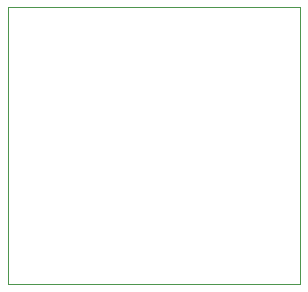
<source format=gm1>
G04 #@! TF.FileFunction,Profile,NP*
%FSLAX46Y46*%
G04 Gerber Fmt 4.6, Leading zero omitted, Abs format (unit mm)*
G04 Created by KiCad (PCBNEW 4.0.1-stable) date Fri 01 Jan 2016 07:05:39 PM EST*
%MOMM*%
G01*
G04 APERTURE LIST*
%ADD10C,0.100000*%
G04 APERTURE END LIST*
D10*
X204470000Y-147320000D02*
X187325000Y-147320000D01*
X212090000Y-147320000D02*
X204470000Y-147320000D01*
X212090000Y-123825000D02*
X212090000Y-147320000D01*
X211455000Y-123825000D02*
X212090000Y-123825000D01*
X187325000Y-123825000D02*
X211455000Y-123825000D01*
X187325000Y-147320000D02*
X187325000Y-123825000D01*
M02*

</source>
